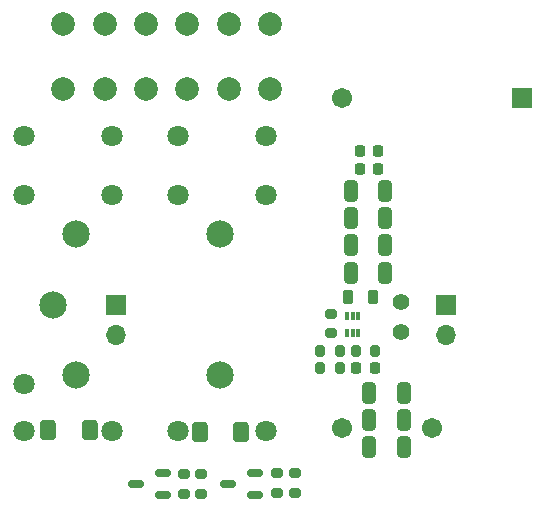
<source format=gbr>
%TF.GenerationSoftware,KiCad,Pcbnew,8.0.8*%
%TF.CreationDate,2025-03-23T22:06:23+01:00*%
%TF.ProjectId,raumtemp_relay,7261756d-7465-46d7-905f-72656c61792e,rev?*%
%TF.SameCoordinates,Original*%
%TF.FileFunction,Soldermask,Top*%
%TF.FilePolarity,Negative*%
%FSLAX46Y46*%
G04 Gerber Fmt 4.6, Leading zero omitted, Abs format (unit mm)*
G04 Created by KiCad (PCBNEW 8.0.8) date 2025-03-23 22:06:23*
%MOMM*%
%LPD*%
G01*
G04 APERTURE LIST*
G04 Aperture macros list*
%AMRoundRect*
0 Rectangle with rounded corners*
0 $1 Rounding radius*
0 $2 $3 $4 $5 $6 $7 $8 $9 X,Y pos of 4 corners*
0 Add a 4 corners polygon primitive as box body*
4,1,4,$2,$3,$4,$5,$6,$7,$8,$9,$2,$3,0*
0 Add four circle primitives for the rounded corners*
1,1,$1+$1,$2,$3*
1,1,$1+$1,$4,$5*
1,1,$1+$1,$6,$7*
1,1,$1+$1,$8,$9*
0 Add four rect primitives between the rounded corners*
20,1,$1+$1,$2,$3,$4,$5,0*
20,1,$1+$1,$4,$5,$6,$7,0*
20,1,$1+$1,$6,$7,$8,$9,0*
20,1,$1+$1,$8,$9,$2,$3,0*%
G04 Aperture macros list end*
%ADD10RoundRect,0.200000X-0.275000X0.200000X-0.275000X-0.200000X0.275000X-0.200000X0.275000X0.200000X0*%
%ADD11C,1.400000*%
%ADD12RoundRect,0.250000X0.325000X0.650000X-0.325000X0.650000X-0.325000X-0.650000X0.325000X-0.650000X0*%
%ADD13RoundRect,0.150000X0.512500X0.150000X-0.512500X0.150000X-0.512500X-0.150000X0.512500X-0.150000X0*%
%ADD14RoundRect,0.087500X-0.087500X0.250000X-0.087500X-0.250000X0.087500X-0.250000X0.087500X0.250000X0*%
%ADD15RoundRect,0.225000X0.225000X0.250000X-0.225000X0.250000X-0.225000X-0.250000X0.225000X-0.250000X0*%
%ADD16RoundRect,0.218750X-0.218750X-0.381250X0.218750X-0.381250X0.218750X0.381250X-0.218750X0.381250X0*%
%ADD17RoundRect,0.200000X0.275000X-0.200000X0.275000X0.200000X-0.275000X0.200000X-0.275000X-0.200000X0*%
%ADD18RoundRect,0.200000X0.200000X0.275000X-0.200000X0.275000X-0.200000X-0.275000X0.200000X-0.275000X0*%
%ADD19RoundRect,0.250000X0.400000X0.600000X-0.400000X0.600000X-0.400000X-0.600000X0.400000X-0.600000X0*%
%ADD20R,1.700000X1.700000*%
%ADD21O,1.700000X1.700000*%
%ADD22C,1.803400*%
%ADD23C,2.004000*%
%ADD24C,2.304000*%
%ADD25RoundRect,0.102000X-0.754000X0.754000X-0.754000X-0.754000X0.754000X-0.754000X0.754000X0.754000X0*%
%ADD26C,1.712000*%
G04 APERTURE END LIST*
D10*
%TO.C,R4*%
X145625000Y-102755000D03*
X145625000Y-104405000D03*
%TD*%
D11*
%TO.C,JP1*%
X154625000Y-90830000D03*
X154625000Y-88290000D03*
%TD*%
D12*
%TO.C,C3*%
X153300000Y-81180000D03*
X150350000Y-81180000D03*
%TD*%
D13*
%TO.C,Q2*%
X142262500Y-104630000D03*
X142262500Y-102730000D03*
X139987500Y-103680000D03*
%TD*%
D12*
%TO.C,C2*%
X154900000Y-95980000D03*
X151950000Y-95980000D03*
%TD*%
D14*
%TO.C,U1*%
X151025000Y-89467500D03*
X150525000Y-89467500D03*
X150025000Y-89467500D03*
X150025000Y-90892500D03*
X150525000Y-90892500D03*
X151025000Y-90892500D03*
%TD*%
D15*
%TO.C,C1*%
X152400000Y-93880000D03*
X150850000Y-93880000D03*
%TD*%
D16*
%TO.C,L2*%
X150162500Y-87880000D03*
X152287500Y-87880000D03*
%TD*%
D17*
%TO.C,R2*%
X144125000Y-104405000D03*
X144125000Y-102755000D03*
%TD*%
D15*
%TO.C,C11*%
X152700000Y-75480000D03*
X151150000Y-75480000D03*
%TD*%
D18*
%TO.C,R7*%
X152450000Y-92380000D03*
X150800000Y-92380000D03*
%TD*%
D10*
%TO.C,R6*%
X148725000Y-89255000D03*
X148725000Y-90905000D03*
%TD*%
D19*
%TO.C,D2*%
X141075000Y-99280000D03*
X137575000Y-99280000D03*
%TD*%
D12*
%TO.C,C6*%
X154900000Y-98280000D03*
X151950000Y-98280000D03*
%TD*%
D19*
%TO.C,D1*%
X128275000Y-99080000D03*
X124775000Y-99080000D03*
%TD*%
D17*
%TO.C,R1*%
X136225000Y-104505000D03*
X136225000Y-102855000D03*
%TD*%
D12*
%TO.C,C4*%
X153300000Y-83480000D03*
X150350000Y-83480000D03*
%TD*%
D18*
%TO.C,R5*%
X149450000Y-92380000D03*
X147800000Y-92380000D03*
%TD*%
D20*
%TO.C,J3*%
X158425000Y-88480000D03*
D21*
X158425000Y-91020000D03*
%TD*%
D12*
%TO.C,C5*%
X153300000Y-85780000D03*
X150350000Y-85780000D03*
%TD*%
%TO.C,C8*%
X153300000Y-78880000D03*
X150350000Y-78880000D03*
%TD*%
D18*
%TO.C,R8*%
X149450000Y-93880000D03*
X147800000Y-93880000D03*
%TD*%
D20*
%TO.C,J2*%
X130524656Y-88480000D03*
D21*
X130524656Y-91020000D03*
%TD*%
D15*
%TO.C,C12*%
X152700000Y-76980000D03*
X151150000Y-76980000D03*
%TD*%
D12*
%TO.C,C7*%
X154900000Y-100580000D03*
X151950000Y-100580000D03*
%TD*%
D13*
%TO.C,Q1*%
X134462500Y-104630000D03*
X134462500Y-102730000D03*
X132187500Y-103680000D03*
%TD*%
D10*
%TO.C,R3*%
X137725000Y-102855000D03*
X137725000Y-104505000D03*
%TD*%
D22*
%TO.C,*%
X122675000Y-95180000D03*
%TD*%
%TO.C,K2*%
X122675000Y-99180000D03*
X122675000Y-79180000D03*
X122675000Y-74180000D03*
X130175000Y-74180000D03*
X130175000Y-79180000D03*
X130175000Y-99180000D03*
%TD*%
D23*
%TO.C,J1*%
X126036723Y-70200000D03*
X126036723Y-64700000D03*
X129536723Y-70200000D03*
X129536723Y-64700000D03*
X133036723Y-70200000D03*
X133036723Y-64700000D03*
X136536723Y-70200000D03*
X136536723Y-64700000D03*
X140036723Y-70200000D03*
X140036723Y-64700000D03*
X143536723Y-70200000D03*
X143536723Y-64700000D03*
%TD*%
D24*
%TO.C,K1*%
X127125000Y-94480000D03*
X127125000Y-82480000D03*
X125125000Y-88480000D03*
X139325000Y-94480000D03*
X139325000Y-82480000D03*
%TD*%
D25*
%TO.C,PS1*%
X164864545Y-70981894D03*
D26*
X149624545Y-70981894D03*
X149624545Y-98921894D03*
X157244545Y-98921894D03*
%TD*%
D22*
%TO.C,K3*%
X135725000Y-99180000D03*
X135725000Y-79180000D03*
X135725000Y-74180000D03*
X143225000Y-74180000D03*
X143225000Y-79180000D03*
X143225000Y-99180000D03*
%TD*%
M02*

</source>
